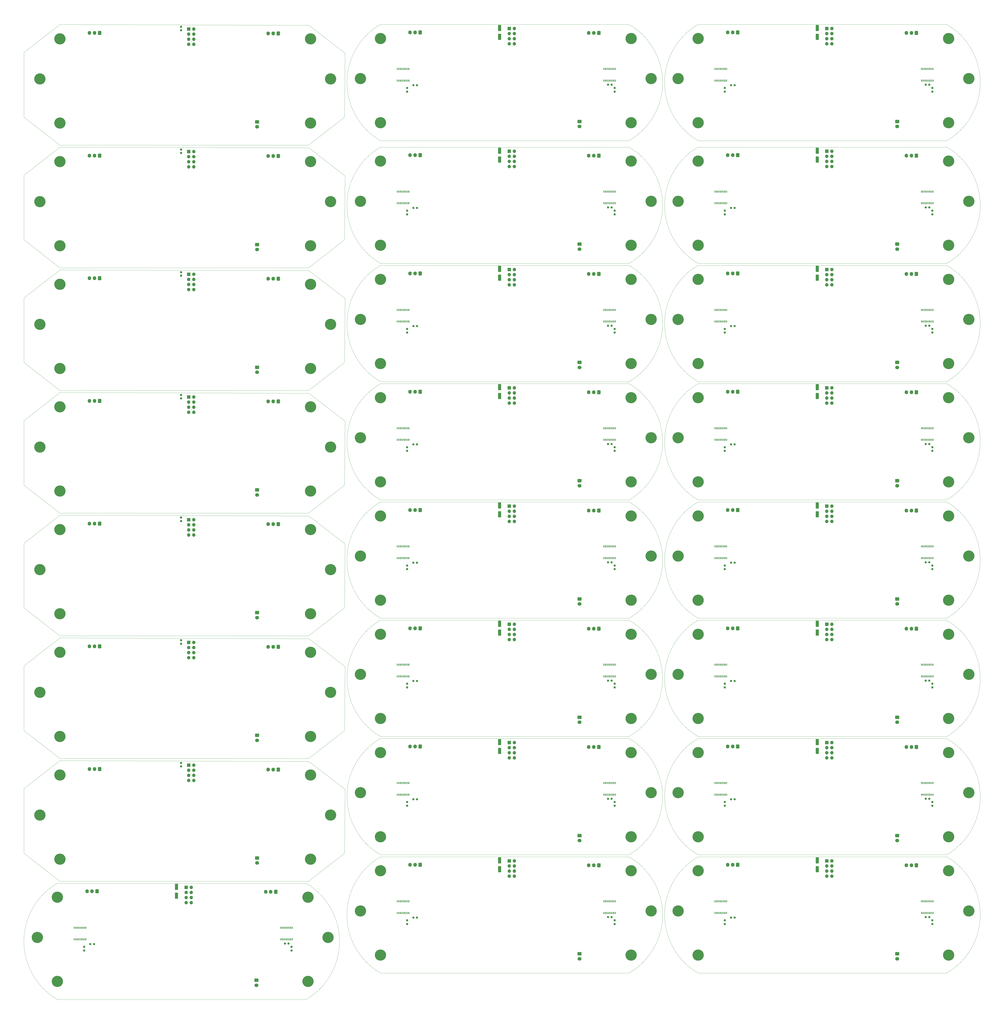
<source format=gbr>
%TF.GenerationSoftware,KiCad,Pcbnew,7.0.5-7.0.5~ubuntu20.04.1*%
%TF.CreationDate,2023-07-06T15:08:56+02:00*%
%TF.ProjectId,output_panel_QWYz9GD,6f757470-7574-45f7-9061-6e656c5f5157,rev?*%
%TF.SameCoordinates,Original*%
%TF.FileFunction,Soldermask,Bot*%
%TF.FilePolarity,Negative*%
%FSLAX45Y45*%
G04 Gerber Fmt 4.5, Leading zero omitted, Abs format (unit mm)*
G04 Created by KiCad (PCBNEW 7.0.5-7.0.5~ubuntu20.04.1) date 2023-07-06 15:08:56*
%MOMM*%
%LPD*%
G01*
G04 APERTURE LIST*
G04 Aperture macros list*
%AMRoundRect*
0 Rectangle with rounded corners*
0 $1 Rounding radius*
0 $2 $3 $4 $5 $6 $7 $8 $9 X,Y pos of 4 corners*
0 Add a 4 corners polygon primitive as box body*
4,1,4,$2,$3,$4,$5,$6,$7,$8,$9,$2,$3,0*
0 Add four circle primitives for the rounded corners*
1,1,$1+$1,$2,$3*
1,1,$1+$1,$4,$5*
1,1,$1+$1,$6,$7*
1,1,$1+$1,$8,$9*
0 Add four rect primitives between the rounded corners*
20,1,$1+$1,$2,$3,$4,$5,0*
20,1,$1+$1,$4,$5,$6,$7,0*
20,1,$1+$1,$6,$7,$8,$9,0*
20,1,$1+$1,$8,$9,$2,$3,0*%
G04 Aperture macros list end*
%TA.AperFunction,Profile*%
%ADD10C,0.050000*%
%TD*%
%TA.AperFunction,Profile*%
%ADD11C,0.100000*%
%TD*%
%ADD12R,1.700000X1.700000*%
%ADD13O,1.700000X1.700000*%
%ADD14RoundRect,0.250000X0.600000X0.725000X-0.600000X0.725000X-0.600000X-0.725000X0.600000X-0.725000X0*%
%ADD15O,1.700000X1.950000*%
%ADD16C,5.600000*%
%ADD17RoundRect,0.237500X0.237500X-0.250000X0.237500X0.250000X-0.237500X0.250000X-0.237500X-0.250000X0*%
%ADD18RoundRect,0.237500X-0.250000X-0.237500X0.250000X-0.237500X0.250000X0.237500X-0.250000X0.237500X0*%
%ADD19RoundRect,0.250000X-0.750000X0.600000X-0.750000X-0.600000X0.750000X-0.600000X0.750000X0.600000X0*%
%ADD20O,2.000000X1.700000*%
%ADD21RoundRect,0.237500X0.250000X0.237500X-0.250000X0.237500X-0.250000X-0.237500X0.250000X-0.237500X0*%
%ADD22R,0.400000X1.000000*%
%ADD23RoundRect,0.250000X-0.550000X1.250000X-0.550000X-1.250000X0.550000X-1.250000X0.550000X1.250000X0*%
%ADD24RoundRect,0.237500X-0.237500X0.300000X-0.237500X-0.300000X0.237500X-0.300000X0.237500X0.300000X0*%
G04 APERTURE END LIST*
D10*
X30243821Y-23770000D02*
G75*
G03*
X30243821Y-17970000I-1674316J2900000D01*
G01*
D11*
X50000Y-38169998D02*
X1850000Y-36769998D01*
D10*
X46091466Y-23770000D02*
G75*
G03*
X46091466Y-17970000I-1674316J2900000D01*
G01*
D11*
X1723822Y-42889998D02*
X14123822Y-42889998D01*
X17843821Y-11970000D02*
X30243821Y-11970000D01*
X17843821Y-29770000D02*
X30243821Y-29770000D01*
X14250000Y-6070000D02*
X1850000Y-6070000D01*
X1850000Y-12289999D02*
X14270000Y-12329999D01*
X50000Y-4670000D02*
X50000Y-1450000D01*
X33691466Y-23870000D02*
X46091466Y-23870000D01*
D10*
X17843822Y-41570000D02*
G75*
G03*
X17843821Y-47370000I1674316J-2900000D01*
G01*
D11*
X1850000Y-36769998D02*
X14270000Y-36809998D01*
X16050000Y-23029999D02*
X14250000Y-24429999D01*
X14250000Y-18309999D02*
X1850000Y-18309999D01*
X17843821Y-23870000D02*
X30243821Y-23870000D01*
X14250000Y-42789998D02*
X1850000Y-42789998D01*
X16070000Y-32079998D02*
X16050000Y-35269998D01*
X33691466Y-11970000D02*
X46091466Y-11970000D01*
X33691466Y-47370000D02*
X46091466Y-47370000D01*
D10*
X33691466Y-23870000D02*
G75*
G03*
X33691466Y-29670000I1674316J-2900000D01*
G01*
X33691466Y-6170000D02*
G75*
G03*
X33691466Y-11970000I1674316J-2900000D01*
G01*
D11*
X16050000Y-41389998D02*
X14250000Y-42789998D01*
X50000Y-29149998D02*
X50000Y-25929998D01*
X1850000Y-12189999D02*
X50000Y-10789999D01*
X1850000Y-18309999D02*
X50000Y-16909999D01*
X14270000Y-24569998D02*
X16070000Y-25959998D01*
X17843821Y-29670000D02*
X30243821Y-29670000D01*
X16070000Y-1480000D02*
X16050000Y-4670000D01*
X17843821Y-17870000D02*
X30243821Y-17870000D01*
X1850000Y-42789998D02*
X50000Y-41389998D01*
D10*
X46091466Y-11970000D02*
G75*
G03*
X46091466Y-6170000I-1674316J2900000D01*
G01*
D11*
X14250000Y-36669998D02*
X1850000Y-36669998D01*
D10*
X17843822Y-12070000D02*
G75*
G03*
X17843821Y-17870000I1674316J-2900000D01*
G01*
D11*
X50000Y-35269998D02*
X50000Y-32049998D01*
X33691466Y-12070000D02*
X46091466Y-12070000D01*
X50000Y-25929998D02*
X1850000Y-24529998D01*
X1850000Y-6169999D02*
X14270000Y-6209999D01*
D10*
X17843822Y-6170000D02*
G75*
G03*
X17843821Y-11970000I1674316J-2900000D01*
G01*
D11*
X33691466Y-29670000D02*
X46091466Y-29670000D01*
X17843821Y-35570000D02*
X30243821Y-35570000D01*
X17843821Y-41470000D02*
X30243821Y-41470000D01*
X16050000Y-10789999D02*
X14250000Y-12189999D01*
X14250000Y-24429999D02*
X1850000Y-24429999D01*
X17843821Y-12070000D02*
X30243821Y-12070000D01*
D10*
X33691466Y-41570000D02*
G75*
G03*
X33691466Y-47370000I1674316J-2900000D01*
G01*
X17843822Y-35670000D02*
G75*
G03*
X17843821Y-41470000I1674316J-2900000D01*
G01*
D11*
X33691466Y-41470000D02*
X46091466Y-41470000D01*
D10*
X1723822Y-42889998D02*
G75*
G03*
X1723822Y-48689998I1674316J-2900000D01*
G01*
D11*
X33691466Y-50000D02*
X46091466Y-50000D01*
D10*
X46091466Y-17870000D02*
G75*
G03*
X46091466Y-12070000I-1674316J2900000D01*
G01*
D11*
X14270000Y-30689998D02*
X16070000Y-32079998D01*
X17843821Y-35670000D02*
X30243821Y-35670000D01*
X1850000Y-24429999D02*
X50000Y-23029999D01*
X50000Y-32049998D02*
X1850000Y-30649998D01*
X16050000Y-4670000D02*
X14250000Y-6070000D01*
D10*
X46091466Y-35570000D02*
G75*
G03*
X46091466Y-29770000I-1674316J2900000D01*
G01*
D11*
X14270000Y-90000D02*
X16070000Y-1480000D01*
X16070000Y-13719999D02*
X16050000Y-16909999D01*
D10*
X30243821Y-29670000D02*
G75*
G03*
X30243821Y-23870000I-1674316J2900000D01*
G01*
D11*
X1850000Y-30649998D02*
X14270000Y-30689998D01*
X1850000Y-18409999D02*
X14270000Y-18449999D01*
X50000Y-13689999D02*
X1850000Y-12289999D01*
X14270000Y-6209999D02*
X16070000Y-7599999D01*
X50000Y-7569999D02*
X1850000Y-6169999D01*
D10*
X30243821Y-35570000D02*
G75*
G03*
X30243821Y-29770000I-1674316J2900000D01*
G01*
D11*
X16070000Y-25959998D02*
X16050000Y-29149998D01*
X50000Y-1450000D02*
X1850000Y-50000D01*
X33691466Y-23770000D02*
X46091466Y-23770000D01*
X17843821Y-23770000D02*
X30243821Y-23770000D01*
D10*
X17843821Y-50000D02*
G75*
G03*
X17843821Y-5850000I1674316J-2900000D01*
G01*
X46091466Y-47370000D02*
G75*
G03*
X46091466Y-41570000I-1674316J2900000D01*
G01*
D11*
X33691466Y-35670000D02*
X46091466Y-35670000D01*
X1723822Y-48689998D02*
X14123822Y-48689998D01*
X17843821Y-17970000D02*
X30243821Y-17970000D01*
D10*
X14123822Y-48689998D02*
G75*
G03*
X14123822Y-42889998I-1674316J2900000D01*
G01*
D11*
X50000Y-19809999D02*
X1850000Y-18409999D01*
D10*
X30243821Y-41470000D02*
G75*
G03*
X30243821Y-35670000I-1674316J2900000D01*
G01*
D11*
X16050000Y-29149998D02*
X14250000Y-30549998D01*
D10*
X33691466Y-12070000D02*
G75*
G03*
X33691466Y-17870000I1674316J-2900000D01*
G01*
D11*
X16070000Y-7599999D02*
X16050000Y-10789999D01*
X17843821Y-50000D02*
X30243821Y-50000D01*
D10*
X30243821Y-47370000D02*
G75*
G03*
X30243821Y-41570000I-1674316J2900000D01*
G01*
D11*
X17843821Y-47370000D02*
X30243821Y-47370000D01*
X14250000Y-12189999D02*
X1850000Y-12189999D01*
D10*
X30243821Y-11970000D02*
G75*
G03*
X30243821Y-6170000I-1674316J2900000D01*
G01*
D11*
X16050000Y-16909999D02*
X14250000Y-18309999D01*
X14270000Y-12329999D02*
X16070000Y-13719999D01*
X50000Y-16909999D02*
X50000Y-13689999D01*
X14270000Y-18449999D02*
X16070000Y-19839999D01*
X33691466Y-6170000D02*
X46091466Y-6170000D01*
X14270000Y-36809998D02*
X16070000Y-38199998D01*
X33691466Y-5850000D02*
X46091466Y-5850000D01*
D10*
X33691466Y-17970000D02*
G75*
G03*
X33691466Y-23770000I1674316J-2900000D01*
G01*
D11*
X33691466Y-41570000D02*
X46091466Y-41570000D01*
X16070000Y-38199998D02*
X16050000Y-41389998D01*
X1850000Y-50000D02*
X14270000Y-90000D01*
X14250000Y-30549998D02*
X1850000Y-30549998D01*
D10*
X33691466Y-35670000D02*
G75*
G03*
X33691466Y-41470000I1674316J-2900000D01*
G01*
X30243821Y-5850000D02*
G75*
G03*
X30243821Y-50000I-1674316J2900000D01*
G01*
X17843822Y-29770000D02*
G75*
G03*
X17843821Y-35570000I1674316J-2900000D01*
G01*
D11*
X1850000Y-6070000D02*
X50000Y-4670000D01*
X16050000Y-35269998D02*
X14250000Y-36669998D01*
D10*
X46091466Y-41470000D02*
G75*
G03*
X46091466Y-35670000I-1674316J2900000D01*
G01*
D11*
X1850000Y-36669998D02*
X50000Y-35269998D01*
D10*
X30243821Y-17870000D02*
G75*
G03*
X30243821Y-12070000I-1674316J2900000D01*
G01*
D11*
X50000Y-23029999D02*
X50000Y-19809999D01*
X1850000Y-24529998D02*
X14270000Y-24569998D01*
D10*
X17843822Y-17970000D02*
G75*
G03*
X17843821Y-23770000I1674316J-2900000D01*
G01*
X46091466Y-29670000D02*
G75*
G03*
X46091466Y-23870000I-1674316J2900000D01*
G01*
D11*
X50000Y-10789999D02*
X50000Y-7569999D01*
D10*
X33691466Y-29770000D02*
G75*
G03*
X33691466Y-35570000I1674316J-2900000D01*
G01*
D11*
X50000Y-41389998D02*
X50000Y-38169998D01*
D10*
X33691466Y-50000D02*
G75*
G03*
X33691466Y-5850000I1674316J-2900000D01*
G01*
X17843822Y-23870000D02*
G75*
G03*
X17843821Y-29670000I1674316J-2900000D01*
G01*
D11*
X17843821Y-41570000D02*
X30243821Y-41570000D01*
X17843821Y-6170000D02*
X30243821Y-6170000D01*
X17843821Y-5850000D02*
X30243821Y-5850000D01*
X16070000Y-19839999D02*
X16050000Y-23029999D01*
D10*
X46091466Y-5850000D02*
G75*
G03*
X46091466Y-50000I-1674316J2900000D01*
G01*
D11*
X33691466Y-17970000D02*
X46091466Y-17970000D01*
X33691466Y-35570000D02*
X46091466Y-35570000D01*
X33691466Y-17870000D02*
X46091466Y-17870000D01*
X33691466Y-29770000D02*
X46091466Y-29770000D01*
X1850000Y-30549998D02*
X50000Y-29149998D01*
D12*
X24263821Y-12276000D03*
D13*
X24517821Y-12276000D03*
X24263821Y-12530000D03*
X24517821Y-12530000D03*
X24263821Y-12784000D03*
X24517821Y-12784000D03*
X24263821Y-13038000D03*
X24517821Y-13038000D03*
D14*
X19818821Y-18372500D03*
D15*
X19568821Y-18372500D03*
X19318821Y-18372500D03*
D16*
X30343821Y-4950000D03*
X15350000Y-33369998D03*
X33691466Y-28770000D03*
X30343821Y-12770000D03*
X16843821Y-8870000D03*
X17843821Y-6870000D03*
X1850000Y-35569998D03*
X16843821Y-2750000D03*
D12*
X8270000Y-276000D03*
D13*
X8524000Y-276000D03*
X8270000Y-530000D03*
X8524000Y-530000D03*
X8270000Y-784000D03*
X8524000Y-784000D03*
X8270000Y-1038000D03*
X8524000Y-1038000D03*
D16*
X46191466Y-11070000D03*
X30343821Y-40570000D03*
X1850000Y-6889999D03*
D12*
X8270000Y-24755998D03*
D13*
X8524000Y-24755998D03*
X8270000Y-25009998D03*
X8524000Y-25009998D03*
X8270000Y-25263998D03*
X8524000Y-25263998D03*
X8270000Y-25517998D03*
X8524000Y-25517998D03*
D16*
X31343821Y-44270000D03*
D14*
X35666466Y-18372500D03*
D15*
X35416466Y-18372500D03*
X35166466Y-18372500D03*
D16*
X30343821Y-22870000D03*
D12*
X8270000Y-30875998D03*
D13*
X8524000Y-30875998D03*
X8270000Y-31129998D03*
X8524000Y-31129998D03*
X8270000Y-31383998D03*
X8524000Y-31383998D03*
X8270000Y-31637998D03*
X8524000Y-31637998D03*
D16*
X47191466Y-38370000D03*
D14*
X19818821Y-6572500D03*
D15*
X19568821Y-6572500D03*
X19318821Y-6572500D03*
D16*
X46191466Y-6870000D03*
X31343821Y-26570000D03*
X31343821Y-2750000D03*
X33691466Y-11070000D03*
D14*
X19818821Y-30172500D03*
D15*
X19568821Y-30172500D03*
X19318821Y-30172500D03*
D14*
X44581866Y-18396200D03*
D15*
X44331866Y-18396200D03*
X44081866Y-18396200D03*
D14*
X19818821Y-41972500D03*
D15*
X19568821Y-41972500D03*
X19318821Y-41972500D03*
D16*
X46191466Y-40570000D03*
D12*
X8270000Y-6395999D03*
D13*
X8524000Y-6395999D03*
X8270000Y-6649999D03*
X8524000Y-6649999D03*
X8270000Y-6903999D03*
X8524000Y-6903999D03*
X8270000Y-7157999D03*
X8524000Y-7157999D03*
D14*
X12740400Y-24976198D03*
D15*
X12490400Y-24976198D03*
X12240400Y-24976198D03*
D16*
X46191466Y-46470000D03*
D14*
X35666466Y-41972500D03*
D15*
X35416466Y-41972500D03*
X35166466Y-41972500D03*
D16*
X1850000Y-770000D03*
X46191466Y-18670000D03*
X33691466Y-42270000D03*
X33691466Y-750000D03*
X30343821Y-30470000D03*
D14*
X35666466Y-30172500D03*
D15*
X35416466Y-30172500D03*
X35166466Y-30172500D03*
D12*
X40111466Y-24076000D03*
D13*
X40365466Y-24076000D03*
X40111466Y-24330000D03*
X40365466Y-24330000D03*
X40111466Y-24584000D03*
X40365466Y-24584000D03*
X40111466Y-24838000D03*
X40365466Y-24838000D03*
D16*
X15350000Y-39489998D03*
D14*
X44581866Y-6596200D03*
D15*
X44331866Y-6596200D03*
X44081866Y-6596200D03*
D16*
X14350000Y-770000D03*
D14*
X35666466Y-6572500D03*
D15*
X35416466Y-6572500D03*
X35166466Y-6572500D03*
D12*
X24263821Y-6376000D03*
D13*
X24517821Y-6376000D03*
X24263821Y-6630000D03*
X24517821Y-6630000D03*
X24263821Y-6884000D03*
X24517821Y-6884000D03*
X24263821Y-7138000D03*
X24517821Y-7138000D03*
D14*
X3825000Y-24952498D03*
D15*
X3575000Y-24952498D03*
X3325000Y-24952498D03*
D16*
X31343821Y-32470000D03*
X15350000Y-2770000D03*
D14*
X28734221Y-41996200D03*
D15*
X28484221Y-41996200D03*
X28234221Y-41996200D03*
D16*
X15350000Y-8889999D03*
X14350000Y-13009999D03*
X47191466Y-20670000D03*
D14*
X28734221Y-24296200D03*
D15*
X28484221Y-24296200D03*
X28234221Y-24296200D03*
D14*
X12740400Y-6616199D03*
D15*
X12490400Y-6616199D03*
X12240400Y-6616199D03*
D14*
X28734221Y-6596200D03*
D15*
X28484221Y-6596200D03*
X28234221Y-6596200D03*
D12*
X40111466Y-29976000D03*
D13*
X40365466Y-29976000D03*
X40111466Y-30230000D03*
X40365466Y-30230000D03*
X40111466Y-30484000D03*
X40365466Y-30484000D03*
X40111466Y-30738000D03*
X40365466Y-30738000D03*
D16*
X33691466Y-24570000D03*
X33691466Y-46470000D03*
X32691466Y-20670000D03*
X16843821Y-38370000D03*
X850000Y-21129999D03*
X14350000Y-25249998D03*
D14*
X35666466Y-36072500D03*
D15*
X35416466Y-36072500D03*
X35166466Y-36072500D03*
D14*
X28734221Y-12496200D03*
D15*
X28484221Y-12496200D03*
X28234221Y-12496200D03*
D16*
X17843821Y-40570000D03*
D14*
X12740400Y-12736199D03*
D15*
X12490400Y-12736199D03*
X12240400Y-12736199D03*
D14*
X19818821Y-36072500D03*
D15*
X19568821Y-36072500D03*
X19318821Y-36072500D03*
D16*
X1850000Y-13009999D03*
X16843821Y-32470000D03*
D14*
X28734221Y-30196200D03*
D15*
X28484221Y-30196200D03*
X28234221Y-30196200D03*
D12*
X8143822Y-43095998D03*
D13*
X8397822Y-43095998D03*
X8143822Y-43349998D03*
X8397822Y-43349998D03*
X8143822Y-43603998D03*
X8397822Y-43603998D03*
X8143822Y-43857998D03*
X8397822Y-43857998D03*
D16*
X33691466Y-22870000D03*
D12*
X40111466Y-18176000D03*
D13*
X40365466Y-18176000D03*
X40111466Y-18430000D03*
X40365466Y-18430000D03*
X40111466Y-18684000D03*
X40365466Y-18684000D03*
X40111466Y-18938000D03*
X40365466Y-18938000D03*
D16*
X32691466Y-44270000D03*
X30343821Y-28770000D03*
X14350000Y-37489998D03*
X1850000Y-17209999D03*
X850000Y-39489998D03*
X15223822Y-45589998D03*
X30343821Y-11070000D03*
D14*
X35666466Y-12472500D03*
D15*
X35416466Y-12472500D03*
X35166466Y-12472500D03*
D16*
X850000Y-15009999D03*
X17843821Y-46470000D03*
X14350000Y-4970000D03*
X14350000Y-11089999D03*
D12*
X8270000Y-18635999D03*
D13*
X8524000Y-18635999D03*
X8270000Y-18889999D03*
X8524000Y-18889999D03*
X8270000Y-19143999D03*
X8524000Y-19143999D03*
X8270000Y-19397999D03*
X8524000Y-19397999D03*
D14*
X19818821Y-452500D03*
D15*
X19568821Y-452500D03*
X19318821Y-452500D03*
D16*
X47191466Y-32470000D03*
D14*
X3825000Y-37192498D03*
D15*
X3575000Y-37192498D03*
X3325000Y-37192498D03*
D16*
X14350000Y-35569998D03*
X32691466Y-38370000D03*
X46191466Y-4950000D03*
X31343821Y-20670000D03*
X17843821Y-12770000D03*
X46191466Y-28770000D03*
X46191466Y-750000D03*
X723822Y-45589998D03*
D14*
X3825000Y-31072498D03*
D15*
X3575000Y-31072498D03*
X3325000Y-31072498D03*
D12*
X40111466Y-256000D03*
D13*
X40365466Y-256000D03*
X40111466Y-510000D03*
X40365466Y-510000D03*
X40111466Y-764000D03*
X40365466Y-764000D03*
X40111466Y-1018000D03*
X40365466Y-1018000D03*
D16*
X14350000Y-17209999D03*
X17843821Y-4950000D03*
D14*
X44581866Y-30196200D03*
D15*
X44331866Y-30196200D03*
X44081866Y-30196200D03*
D16*
X14223822Y-43589998D03*
X15350000Y-27249998D03*
X1850000Y-41689998D03*
D14*
X19818821Y-12472500D03*
D15*
X19568821Y-12472500D03*
X19318821Y-12472500D03*
D16*
X30343821Y-46470000D03*
X1850000Y-25249998D03*
D14*
X12740400Y-496200D03*
D15*
X12490400Y-496200D03*
X12240400Y-496200D03*
D14*
X28734221Y-36096200D03*
D15*
X28484221Y-36096200D03*
X28234221Y-36096200D03*
D16*
X1850000Y-11089999D03*
X33691466Y-12770000D03*
X16843821Y-20670000D03*
X1850000Y-4970000D03*
X17843821Y-24570000D03*
D14*
X28734221Y-476200D03*
D15*
X28484221Y-476200D03*
X28234221Y-476200D03*
D14*
X28734221Y-18396200D03*
D15*
X28484221Y-18396200D03*
X28234221Y-18396200D03*
D16*
X32691466Y-32470000D03*
D14*
X3825000Y-18832499D03*
D15*
X3575000Y-18832499D03*
X3325000Y-18832499D03*
D16*
X47191466Y-26570000D03*
X33691466Y-30470000D03*
X47191466Y-2750000D03*
D14*
X3825000Y-12712499D03*
D15*
X3575000Y-12712499D03*
X3325000Y-12712499D03*
D16*
X33691466Y-18670000D03*
D14*
X35666466Y-24272500D03*
D15*
X35416466Y-24272500D03*
X35166466Y-24272500D03*
D14*
X12740400Y-18856199D03*
D15*
X12490400Y-18856199D03*
X12240400Y-18856199D03*
D12*
X40111466Y-6376000D03*
D13*
X40365466Y-6376000D03*
X40111466Y-6630000D03*
X40365466Y-6630000D03*
X40111466Y-6884000D03*
X40365466Y-6884000D03*
X40111466Y-7138000D03*
X40365466Y-7138000D03*
D12*
X8270000Y-12515999D03*
D13*
X8524000Y-12515999D03*
X8270000Y-12769999D03*
X8524000Y-12769999D03*
X8270000Y-13023999D03*
X8524000Y-13023999D03*
X8270000Y-13277999D03*
X8524000Y-13277999D03*
D16*
X17843821Y-750000D03*
X16843821Y-14770000D03*
X17843821Y-34670000D03*
X17843821Y-11070000D03*
X32691466Y-26570000D03*
X17843821Y-36370000D03*
X16843821Y-44270000D03*
D14*
X12740400Y-37216198D03*
D15*
X12490400Y-37216198D03*
X12240400Y-37216198D03*
D16*
X850000Y-8889999D03*
X30343821Y-750000D03*
D14*
X3825000Y-6592499D03*
D15*
X3575000Y-6592499D03*
X3325000Y-6592499D03*
D16*
X30343821Y-16970000D03*
X46191466Y-12770000D03*
D14*
X35666466Y-452500D03*
D15*
X35416466Y-452500D03*
X35166466Y-452500D03*
D16*
X30343821Y-24570000D03*
X30343821Y-18670000D03*
D12*
X24263821Y-256000D03*
D13*
X24517821Y-256000D03*
X24263821Y-510000D03*
X24517821Y-510000D03*
X24263821Y-764000D03*
X24517821Y-764000D03*
X24263821Y-1018000D03*
X24517821Y-1018000D03*
D16*
X14350000Y-41689998D03*
X46191466Y-36370000D03*
D14*
X19818821Y-24272500D03*
D15*
X19568821Y-24272500D03*
X19318821Y-24272500D03*
D16*
X47191466Y-44270000D03*
X33691466Y-34670000D03*
X30343821Y-34670000D03*
X47191466Y-14770000D03*
X1850000Y-31369998D03*
X46191466Y-30470000D03*
X1850000Y-19129999D03*
X31343821Y-38370000D03*
X15350000Y-15009999D03*
D12*
X24263821Y-24076000D03*
D13*
X24517821Y-24076000D03*
X24263821Y-24330000D03*
X24517821Y-24330000D03*
X24263821Y-24584000D03*
X24517821Y-24584000D03*
X24263821Y-24838000D03*
X24517821Y-24838000D03*
D16*
X1723822Y-43589998D03*
X850000Y-2770000D03*
D12*
X40111466Y-12276000D03*
D13*
X40365466Y-12276000D03*
X40111466Y-12530000D03*
X40365466Y-12530000D03*
X40111466Y-12784000D03*
X40365466Y-12784000D03*
X40111466Y-13038000D03*
X40365466Y-13038000D03*
D12*
X8270000Y-36995998D03*
D13*
X8524000Y-36995998D03*
X8270000Y-37249998D03*
X8524000Y-37249998D03*
X8270000Y-37503998D03*
X8524000Y-37503998D03*
X8270000Y-37757998D03*
X8524000Y-37757998D03*
D14*
X44581866Y-476200D03*
D15*
X44331866Y-476200D03*
X44081866Y-476200D03*
D12*
X24263821Y-29976000D03*
D13*
X24517821Y-29976000D03*
X24263821Y-30230000D03*
X24517821Y-30230000D03*
X24263821Y-30484000D03*
X24517821Y-30484000D03*
X24263821Y-30738000D03*
X24517821Y-30738000D03*
D14*
X44581866Y-12496200D03*
D15*
X44331866Y-12496200D03*
X44081866Y-12496200D03*
D16*
X32691466Y-14770000D03*
X30343821Y-36370000D03*
D14*
X12740400Y-31096198D03*
D15*
X12490400Y-31096198D03*
X12240400Y-31096198D03*
D16*
X14350000Y-19129999D03*
X31343821Y-8870000D03*
X33691466Y-40570000D03*
X17843821Y-30470000D03*
X1723822Y-47789998D03*
X30343821Y-6870000D03*
D14*
X3825000Y-472500D03*
D15*
X3575000Y-472500D03*
X3325000Y-472500D03*
D16*
X17843821Y-28770000D03*
X17843821Y-22870000D03*
X31343821Y-14770000D03*
X850000Y-33369998D03*
X33691466Y-4950000D03*
D12*
X40111466Y-41776000D03*
D13*
X40365466Y-41776000D03*
X40111466Y-42030000D03*
X40365466Y-42030000D03*
X40111466Y-42284000D03*
X40365466Y-42284000D03*
X40111466Y-42538000D03*
X40365466Y-42538000D03*
D16*
X30343821Y-42270000D03*
X14223822Y-47789998D03*
X14350000Y-6889999D03*
X16843821Y-26570000D03*
X14350000Y-31369998D03*
X46191466Y-42270000D03*
D14*
X12614222Y-43316198D03*
D15*
X12364222Y-43316198D03*
X12114222Y-43316198D03*
D16*
X46191466Y-22870000D03*
X47191466Y-8870000D03*
D14*
X44581866Y-41996200D03*
D15*
X44331866Y-41996200D03*
X44081866Y-41996200D03*
D16*
X33691466Y-16970000D03*
X32691466Y-2750000D03*
D14*
X3698822Y-43292498D03*
D15*
X3448822Y-43292498D03*
X3198822Y-43292498D03*
D16*
X850000Y-27249998D03*
D14*
X44581866Y-24296200D03*
D15*
X44331866Y-24296200D03*
X44081866Y-24296200D03*
D16*
X46191466Y-24570000D03*
X17843821Y-16970000D03*
D12*
X24263821Y-35876000D03*
D13*
X24517821Y-35876000D03*
X24263821Y-36130000D03*
X24517821Y-36130000D03*
X24263821Y-36384000D03*
X24517821Y-36384000D03*
X24263821Y-36638000D03*
X24517821Y-36638000D03*
D16*
X1850000Y-29449998D03*
X32691466Y-8870000D03*
X46191466Y-16970000D03*
X33691466Y-36370000D03*
X33691466Y-6870000D03*
X14350000Y-23329999D03*
D14*
X44581866Y-36096200D03*
D15*
X44331866Y-36096200D03*
X44081866Y-36096200D03*
D16*
X1850000Y-23329999D03*
X17843821Y-18670000D03*
X15350000Y-21129999D03*
D12*
X40111466Y-35876000D03*
D13*
X40365466Y-35876000D03*
X40111466Y-36130000D03*
X40365466Y-36130000D03*
X40111466Y-36384000D03*
X40365466Y-36384000D03*
X40111466Y-36638000D03*
X40365466Y-36638000D03*
D16*
X17843821Y-42270000D03*
X46191466Y-34670000D03*
X14350000Y-29449998D03*
D12*
X24263821Y-18176000D03*
D13*
X24517821Y-18176000D03*
X24263821Y-18430000D03*
X24517821Y-18430000D03*
X24263821Y-18684000D03*
X24517821Y-18684000D03*
X24263821Y-18938000D03*
X24517821Y-18938000D03*
D12*
X24263821Y-41776000D03*
D13*
X24517821Y-41776000D03*
X24263821Y-42030000D03*
X24517821Y-42030000D03*
X24263821Y-42284000D03*
X24517821Y-42284000D03*
X24263821Y-42538000D03*
X24517821Y-42538000D03*
D16*
X1850000Y-37489998D03*
D17*
X29524821Y-3401250D03*
X29524821Y-3218750D03*
D18*
X45041216Y-15080000D03*
X45223716Y-15080000D03*
D19*
X27771321Y-34610000D03*
D20*
X27771321Y-34860000D03*
D17*
X45372466Y-44921250D03*
X45372466Y-44738750D03*
D21*
X19666071Y-15100000D03*
X19483571Y-15100000D03*
D22*
X19267321Y-14870000D03*
X19202321Y-14870000D03*
X19137321Y-14870000D03*
X19072321Y-14870000D03*
X19007321Y-14870000D03*
X18942321Y-14870000D03*
X18877321Y-14870000D03*
X18812321Y-14870000D03*
X18747321Y-14870000D03*
X18682321Y-14870000D03*
X18682321Y-14290000D03*
X18747321Y-14290000D03*
X18812321Y-14290000D03*
X18877321Y-14290000D03*
X18942321Y-14290000D03*
X19007321Y-14290000D03*
X19072321Y-14290000D03*
X19137321Y-14290000D03*
X19202321Y-14290000D03*
X19267321Y-14290000D03*
D17*
X19174821Y-27221250D03*
X19174821Y-27038750D03*
D22*
X19267321Y-44370000D03*
X19202321Y-44370000D03*
X19137321Y-44370000D03*
X19072321Y-44370000D03*
X19007321Y-44370000D03*
X18942321Y-44370000D03*
X18877321Y-44370000D03*
X18812321Y-44370000D03*
X18747321Y-44370000D03*
X18682321Y-44370000D03*
X18682321Y-43790000D03*
X18747321Y-43790000D03*
X18812321Y-43790000D03*
X18877321Y-43790000D03*
X18942321Y-43790000D03*
X19007321Y-43790000D03*
X19072321Y-43790000D03*
X19137321Y-43790000D03*
X19202321Y-43790000D03*
X19267321Y-43790000D03*
D17*
X35022466Y-27221250D03*
X35022466Y-27038750D03*
D19*
X43618966Y-4890000D03*
D20*
X43618966Y-5140000D03*
D17*
X45372466Y-39021250D03*
X45372466Y-38838750D03*
D19*
X27771321Y-28710000D03*
D20*
X27771321Y-28960000D03*
D23*
X23786821Y-227000D03*
X23786821Y-667000D03*
D22*
X3147322Y-45689998D03*
X3082322Y-45689998D03*
X3017322Y-45689998D03*
X2952322Y-45689998D03*
X2887322Y-45689998D03*
X2822322Y-45689998D03*
X2757322Y-45689998D03*
X2692322Y-45689998D03*
X2627322Y-45689998D03*
X2562322Y-45689998D03*
X2562322Y-45109998D03*
X2627322Y-45109998D03*
X2692322Y-45109998D03*
X2757322Y-45109998D03*
X2822322Y-45109998D03*
X2887322Y-45109998D03*
X2952322Y-45109998D03*
X3017322Y-45109998D03*
X3082322Y-45109998D03*
X3147322Y-45109998D03*
D17*
X35022466Y-44921250D03*
X35022466Y-44738750D03*
D18*
X45041216Y-20980000D03*
X45223716Y-20980000D03*
D17*
X13404822Y-46241248D03*
X13404822Y-46058748D03*
D19*
X43618966Y-34610000D03*
D20*
X43618966Y-34860000D03*
D22*
X35114966Y-2850000D03*
X35049966Y-2850000D03*
X34984966Y-2850000D03*
X34919966Y-2850000D03*
X34854966Y-2850000D03*
X34789966Y-2850000D03*
X34724966Y-2850000D03*
X34659966Y-2850000D03*
X34594966Y-2850000D03*
X34529966Y-2850000D03*
X34529966Y-2270000D03*
X34594966Y-2270000D03*
X34659966Y-2270000D03*
X34724966Y-2270000D03*
X34789966Y-2270000D03*
X34854966Y-2270000D03*
X34919966Y-2270000D03*
X34984966Y-2270000D03*
X35049966Y-2270000D03*
X35114966Y-2270000D03*
D17*
X29524821Y-39021250D03*
X29524821Y-38838750D03*
D18*
X29193571Y-38680000D03*
X29376071Y-38680000D03*
D23*
X39634466Y-24047000D03*
X39634466Y-24487000D03*
D24*
X7890000Y-24649998D03*
X7890000Y-24822498D03*
D19*
X11690000Y-17149999D03*
D20*
X11690000Y-17399999D03*
D22*
X29567321Y-14870000D03*
X29502321Y-14870000D03*
X29437321Y-14870000D03*
X29372321Y-14870000D03*
X29307321Y-14870000D03*
X29242321Y-14870000D03*
X29177321Y-14870000D03*
X29112321Y-14870000D03*
X29047321Y-14870000D03*
X28982321Y-14870000D03*
X28982321Y-14290000D03*
X29047321Y-14290000D03*
X29112321Y-14290000D03*
X29177321Y-14290000D03*
X29242321Y-14290000D03*
X29307321Y-14290000D03*
X29372321Y-14290000D03*
X29437321Y-14290000D03*
X29502321Y-14290000D03*
X29567321Y-14290000D03*
D21*
X19666071Y-32800000D03*
X19483571Y-32800000D03*
D22*
X35114966Y-44370000D03*
X35049966Y-44370000D03*
X34984966Y-44370000D03*
X34919966Y-44370000D03*
X34854966Y-44370000D03*
X34789966Y-44370000D03*
X34724966Y-44370000D03*
X34659966Y-44370000D03*
X34594966Y-44370000D03*
X34529966Y-44370000D03*
X34529966Y-43790000D03*
X34594966Y-43790000D03*
X34659966Y-43790000D03*
X34724966Y-43790000D03*
X34789966Y-43790000D03*
X34854966Y-43790000D03*
X34919966Y-43790000D03*
X34984966Y-43790000D03*
X35049966Y-43790000D03*
X35114966Y-43790000D03*
D19*
X43618966Y-40510000D03*
D20*
X43618966Y-40760000D03*
D18*
X45041216Y-9180000D03*
X45223716Y-9180000D03*
D22*
X29567321Y-44370000D03*
X29502321Y-44370000D03*
X29437321Y-44370000D03*
X29372321Y-44370000D03*
X29307321Y-44370000D03*
X29242321Y-44370000D03*
X29177321Y-44370000D03*
X29112321Y-44370000D03*
X29047321Y-44370000D03*
X28982321Y-44370000D03*
X28982321Y-43790000D03*
X29047321Y-43790000D03*
X29112321Y-43790000D03*
X29177321Y-43790000D03*
X29242321Y-43790000D03*
X29307321Y-43790000D03*
X29372321Y-43790000D03*
X29437321Y-43790000D03*
X29502321Y-43790000D03*
X29567321Y-43790000D03*
D17*
X29524821Y-33121250D03*
X29524821Y-32938750D03*
D22*
X19267321Y-2850000D03*
X19202321Y-2850000D03*
X19137321Y-2850000D03*
X19072321Y-2850000D03*
X19007321Y-2850000D03*
X18942321Y-2850000D03*
X18877321Y-2850000D03*
X18812321Y-2850000D03*
X18747321Y-2850000D03*
X18682321Y-2850000D03*
X18682321Y-2270000D03*
X18747321Y-2270000D03*
X18812321Y-2270000D03*
X18877321Y-2270000D03*
X18942321Y-2270000D03*
X19007321Y-2270000D03*
X19072321Y-2270000D03*
X19137321Y-2270000D03*
X19202321Y-2270000D03*
X19267321Y-2270000D03*
D17*
X29524821Y-44921250D03*
X29524821Y-44738750D03*
D22*
X19267321Y-8970000D03*
X19202321Y-8970000D03*
X19137321Y-8970000D03*
X19072321Y-8970000D03*
X19007321Y-8970000D03*
X18942321Y-8970000D03*
X18877321Y-8970000D03*
X18812321Y-8970000D03*
X18747321Y-8970000D03*
X18682321Y-8970000D03*
X18682321Y-8390000D03*
X18747321Y-8390000D03*
X18812321Y-8390000D03*
X18877321Y-8390000D03*
X18942321Y-8390000D03*
X19007321Y-8390000D03*
X19072321Y-8390000D03*
X19137321Y-8390000D03*
X19202321Y-8390000D03*
X19267321Y-8390000D03*
D17*
X29524821Y-9521250D03*
X29524821Y-9338750D03*
D23*
X23786821Y-41747000D03*
X23786821Y-42187000D03*
D17*
X29524821Y-21321250D03*
X29524821Y-21138750D03*
D22*
X35114966Y-8970000D03*
X35049966Y-8970000D03*
X34984966Y-8970000D03*
X34919966Y-8970000D03*
X34854966Y-8970000D03*
X34789966Y-8970000D03*
X34724966Y-8970000D03*
X34659966Y-8970000D03*
X34594966Y-8970000D03*
X34529966Y-8970000D03*
X34529966Y-8390000D03*
X34594966Y-8390000D03*
X34659966Y-8390000D03*
X34724966Y-8390000D03*
X34789966Y-8390000D03*
X34854966Y-8390000D03*
X34919966Y-8390000D03*
X34984966Y-8390000D03*
X35049966Y-8390000D03*
X35114966Y-8390000D03*
D18*
X45041216Y-44580000D03*
X45223716Y-44580000D03*
D19*
X27771321Y-16910000D03*
D20*
X27771321Y-17160000D03*
D22*
X45414966Y-26670000D03*
X45349966Y-26670000D03*
X45284966Y-26670000D03*
X45219966Y-26670000D03*
X45154966Y-26670000D03*
X45089966Y-26670000D03*
X45024966Y-26670000D03*
X44959966Y-26670000D03*
X44894966Y-26670000D03*
X44829966Y-26670000D03*
X44829966Y-26090000D03*
X44894966Y-26090000D03*
X44959966Y-26090000D03*
X45024966Y-26090000D03*
X45089966Y-26090000D03*
X45154966Y-26090000D03*
X45219966Y-26090000D03*
X45284966Y-26090000D03*
X45349966Y-26090000D03*
X45414966Y-26090000D03*
X45414966Y-32570000D03*
X45349966Y-32570000D03*
X45284966Y-32570000D03*
X45219966Y-32570000D03*
X45154966Y-32570000D03*
X45089966Y-32570000D03*
X45024966Y-32570000D03*
X44959966Y-32570000D03*
X44894966Y-32570000D03*
X44829966Y-32570000D03*
X44829966Y-31990000D03*
X44894966Y-31990000D03*
X44959966Y-31990000D03*
X45024966Y-31990000D03*
X45089966Y-31990000D03*
X45154966Y-31990000D03*
X45219966Y-31990000D03*
X45284966Y-31990000D03*
X45349966Y-31990000D03*
X45414966Y-31990000D03*
X45414966Y-20770000D03*
X45349966Y-20770000D03*
X45284966Y-20770000D03*
X45219966Y-20770000D03*
X45154966Y-20770000D03*
X45089966Y-20770000D03*
X45024966Y-20770000D03*
X44959966Y-20770000D03*
X44894966Y-20770000D03*
X44829966Y-20770000D03*
X44829966Y-20190000D03*
X44894966Y-20190000D03*
X44959966Y-20190000D03*
X45024966Y-20190000D03*
X45089966Y-20190000D03*
X45154966Y-20190000D03*
X45219966Y-20190000D03*
X45284966Y-20190000D03*
X45349966Y-20190000D03*
X45414966Y-20190000D03*
D17*
X45372466Y-21321250D03*
X45372466Y-21138750D03*
D19*
X11690000Y-23269999D03*
D20*
X11690000Y-23519999D03*
D21*
X35513716Y-44600000D03*
X35331216Y-44600000D03*
D17*
X19174821Y-15421250D03*
X19174821Y-15238750D03*
D22*
X45414966Y-14870000D03*
X45349966Y-14870000D03*
X45284966Y-14870000D03*
X45219966Y-14870000D03*
X45154966Y-14870000D03*
X45089966Y-14870000D03*
X45024966Y-14870000D03*
X44959966Y-14870000D03*
X44894966Y-14870000D03*
X44829966Y-14870000D03*
X44829966Y-14290000D03*
X44894966Y-14290000D03*
X44959966Y-14290000D03*
X45024966Y-14290000D03*
X45089966Y-14290000D03*
X45154966Y-14290000D03*
X45219966Y-14290000D03*
X45284966Y-14290000D03*
X45349966Y-14290000D03*
X45414966Y-14290000D03*
D17*
X29524821Y-27221250D03*
X29524821Y-27038750D03*
D19*
X27771321Y-40510000D03*
D20*
X27771321Y-40760000D03*
D24*
X7890000Y-6289999D03*
X7890000Y-6462499D03*
D22*
X35114966Y-14870000D03*
X35049966Y-14870000D03*
X34984966Y-14870000D03*
X34919966Y-14870000D03*
X34854966Y-14870000D03*
X34789966Y-14870000D03*
X34724966Y-14870000D03*
X34659966Y-14870000D03*
X34594966Y-14870000D03*
X34529966Y-14870000D03*
X34529966Y-14290000D03*
X34594966Y-14290000D03*
X34659966Y-14290000D03*
X34724966Y-14290000D03*
X34789966Y-14290000D03*
X34854966Y-14290000D03*
X34919966Y-14290000D03*
X34984966Y-14290000D03*
X35049966Y-14290000D03*
X35114966Y-14290000D03*
D18*
X29193571Y-9180000D03*
X29376071Y-9180000D03*
D19*
X11690000Y-4910000D03*
D20*
X11690000Y-5160000D03*
D17*
X35022466Y-39021250D03*
X35022466Y-38838750D03*
X19174821Y-3401250D03*
X19174821Y-3218750D03*
D21*
X35513716Y-21000000D03*
X35331216Y-21000000D03*
D22*
X45414966Y-8970000D03*
X45349966Y-8970000D03*
X45284966Y-8970000D03*
X45219966Y-8970000D03*
X45154966Y-8970000D03*
X45089966Y-8970000D03*
X45024966Y-8970000D03*
X44959966Y-8970000D03*
X44894966Y-8970000D03*
X44829966Y-8970000D03*
X44829966Y-8390000D03*
X44894966Y-8390000D03*
X44959966Y-8390000D03*
X45024966Y-8390000D03*
X45089966Y-8390000D03*
X45154966Y-8390000D03*
X45219966Y-8390000D03*
X45284966Y-8390000D03*
X45349966Y-8390000D03*
X45414966Y-8390000D03*
D23*
X39634466Y-227000D03*
X39634466Y-667000D03*
D19*
X27771321Y-11010000D03*
D20*
X27771321Y-11260000D03*
D22*
X35114966Y-26670000D03*
X35049966Y-26670000D03*
X34984966Y-26670000D03*
X34919966Y-26670000D03*
X34854966Y-26670000D03*
X34789966Y-26670000D03*
X34724966Y-26670000D03*
X34659966Y-26670000D03*
X34594966Y-26670000D03*
X34529966Y-26670000D03*
X34529966Y-26090000D03*
X34594966Y-26090000D03*
X34659966Y-26090000D03*
X34724966Y-26090000D03*
X34789966Y-26090000D03*
X34854966Y-26090000D03*
X34919966Y-26090000D03*
X34984966Y-26090000D03*
X35049966Y-26090000D03*
X35114966Y-26090000D03*
D18*
X29193571Y-15080000D03*
X29376071Y-15080000D03*
D21*
X3546072Y-45919998D03*
X3363572Y-45919998D03*
D17*
X45372466Y-15421250D03*
X45372466Y-15238750D03*
D22*
X35114966Y-38470000D03*
X35049966Y-38470000D03*
X34984966Y-38470000D03*
X34919966Y-38470000D03*
X34854966Y-38470000D03*
X34789966Y-38470000D03*
X34724966Y-38470000D03*
X34659966Y-38470000D03*
X34594966Y-38470000D03*
X34529966Y-38470000D03*
X34529966Y-37890000D03*
X34594966Y-37890000D03*
X34659966Y-37890000D03*
X34724966Y-37890000D03*
X34789966Y-37890000D03*
X34854966Y-37890000D03*
X34919966Y-37890000D03*
X34984966Y-37890000D03*
X35049966Y-37890000D03*
X35114966Y-37890000D03*
X29567321Y-2850000D03*
X29502321Y-2850000D03*
X29437321Y-2850000D03*
X29372321Y-2850000D03*
X29307321Y-2850000D03*
X29242321Y-2850000D03*
X29177321Y-2850000D03*
X29112321Y-2850000D03*
X29047321Y-2850000D03*
X28982321Y-2850000D03*
X28982321Y-2270000D03*
X29047321Y-2270000D03*
X29112321Y-2270000D03*
X29177321Y-2270000D03*
X29242321Y-2270000D03*
X29307321Y-2270000D03*
X29372321Y-2270000D03*
X29437321Y-2270000D03*
X29502321Y-2270000D03*
X29567321Y-2270000D03*
D24*
X7890000Y-18529999D03*
X7890000Y-18702499D03*
D23*
X23786821Y-6347000D03*
X23786821Y-6787000D03*
D19*
X11690000Y-11029999D03*
D20*
X11690000Y-11279999D03*
D23*
X23786821Y-35847000D03*
X23786821Y-36287000D03*
D22*
X19267321Y-32570000D03*
X19202321Y-32570000D03*
X19137321Y-32570000D03*
X19072321Y-32570000D03*
X19007321Y-32570000D03*
X18942321Y-32570000D03*
X18877321Y-32570000D03*
X18812321Y-32570000D03*
X18747321Y-32570000D03*
X18682321Y-32570000D03*
X18682321Y-31990000D03*
X18747321Y-31990000D03*
X18812321Y-31990000D03*
X18877321Y-31990000D03*
X18942321Y-31990000D03*
X19007321Y-31990000D03*
X19072321Y-31990000D03*
X19137321Y-31990000D03*
X19202321Y-31990000D03*
X19267321Y-31990000D03*
D17*
X19174821Y-9521250D03*
X19174821Y-9338750D03*
D23*
X23786821Y-24047000D03*
X23786821Y-24487000D03*
D21*
X19666071Y-26900000D03*
X19483571Y-26900000D03*
D17*
X29524821Y-15421250D03*
X29524821Y-15238750D03*
D21*
X19666071Y-3080000D03*
X19483571Y-3080000D03*
D23*
X39634466Y-18147000D03*
X39634466Y-18587000D03*
D22*
X35114966Y-32570000D03*
X35049966Y-32570000D03*
X34984966Y-32570000D03*
X34919966Y-32570000D03*
X34854966Y-32570000D03*
X34789966Y-32570000D03*
X34724966Y-32570000D03*
X34659966Y-32570000D03*
X34594966Y-32570000D03*
X34529966Y-32570000D03*
X34529966Y-31990000D03*
X34594966Y-31990000D03*
X34659966Y-31990000D03*
X34724966Y-31990000D03*
X34789966Y-31990000D03*
X34854966Y-31990000D03*
X34919966Y-31990000D03*
X34984966Y-31990000D03*
X35049966Y-31990000D03*
X35114966Y-31990000D03*
D18*
X29193571Y-32780000D03*
X29376071Y-32780000D03*
D17*
X3054822Y-46241248D03*
X3054822Y-46058748D03*
D21*
X19666071Y-21000000D03*
X19483571Y-21000000D03*
D19*
X11651322Y-47729998D03*
D20*
X11651322Y-47979998D03*
D22*
X29567321Y-26670000D03*
X29502321Y-26670000D03*
X29437321Y-26670000D03*
X29372321Y-26670000D03*
X29307321Y-26670000D03*
X29242321Y-26670000D03*
X29177321Y-26670000D03*
X29112321Y-26670000D03*
X29047321Y-26670000D03*
X28982321Y-26670000D03*
X28982321Y-26090000D03*
X29047321Y-26090000D03*
X29112321Y-26090000D03*
X29177321Y-26090000D03*
X29242321Y-26090000D03*
X29307321Y-26090000D03*
X29372321Y-26090000D03*
X29437321Y-26090000D03*
X29502321Y-26090000D03*
X29567321Y-26090000D03*
D23*
X39634466Y-41747000D03*
X39634466Y-42187000D03*
D22*
X19267321Y-20770000D03*
X19202321Y-20770000D03*
X19137321Y-20770000D03*
X19072321Y-20770000D03*
X19007321Y-20770000D03*
X18942321Y-20770000D03*
X18877321Y-20770000D03*
X18812321Y-20770000D03*
X18747321Y-20770000D03*
X18682321Y-20770000D03*
X18682321Y-20190000D03*
X18747321Y-20190000D03*
X18812321Y-20190000D03*
X18877321Y-20190000D03*
X18942321Y-20190000D03*
X19007321Y-20190000D03*
X19072321Y-20190000D03*
X19137321Y-20190000D03*
X19202321Y-20190000D03*
X19267321Y-20190000D03*
D18*
X45041216Y-3060000D03*
X45223716Y-3060000D03*
D21*
X35513716Y-9200000D03*
X35331216Y-9200000D03*
D17*
X35022466Y-21321250D03*
X35022466Y-21138750D03*
D24*
X7890000Y-170000D03*
X7890000Y-342500D03*
D19*
X11690000Y-35509998D03*
D20*
X11690000Y-35759998D03*
D23*
X23786821Y-29947000D03*
X23786821Y-30387000D03*
D17*
X19174821Y-21321250D03*
X19174821Y-21138750D03*
D18*
X29193571Y-3060000D03*
X29376071Y-3060000D03*
D17*
X45372466Y-9521250D03*
X45372466Y-9338750D03*
D21*
X19666071Y-38700000D03*
X19483571Y-38700000D03*
X19666071Y-9200000D03*
X19483571Y-9200000D03*
D18*
X29193571Y-20980000D03*
X29376071Y-20980000D03*
D17*
X35022466Y-33121250D03*
X35022466Y-32938750D03*
D22*
X19267321Y-38470000D03*
X19202321Y-38470000D03*
X19137321Y-38470000D03*
X19072321Y-38470000D03*
X19007321Y-38470000D03*
X18942321Y-38470000D03*
X18877321Y-38470000D03*
X18812321Y-38470000D03*
X18747321Y-38470000D03*
X18682321Y-38470000D03*
X18682321Y-37890000D03*
X18747321Y-37890000D03*
X18812321Y-37890000D03*
X18877321Y-37890000D03*
X18942321Y-37890000D03*
X19007321Y-37890000D03*
X19072321Y-37890000D03*
X19137321Y-37890000D03*
X19202321Y-37890000D03*
X19267321Y-37890000D03*
D23*
X39634466Y-35847000D03*
X39634466Y-36287000D03*
D19*
X11690000Y-41629998D03*
D20*
X11690000Y-41879998D03*
D23*
X39634466Y-12247000D03*
X39634466Y-12687000D03*
D19*
X43618966Y-22810000D03*
D20*
X43618966Y-23060000D03*
D21*
X35513716Y-38700000D03*
X35331216Y-38700000D03*
D22*
X45414966Y-44370000D03*
X45349966Y-44370000D03*
X45284966Y-44370000D03*
X45219966Y-44370000D03*
X45154966Y-44370000D03*
X45089966Y-44370000D03*
X45024966Y-44370000D03*
X44959966Y-44370000D03*
X44894966Y-44370000D03*
X44829966Y-44370000D03*
X44829966Y-43790000D03*
X44894966Y-43790000D03*
X44959966Y-43790000D03*
X45024966Y-43790000D03*
X45089966Y-43790000D03*
X45154966Y-43790000D03*
X45219966Y-43790000D03*
X45284966Y-43790000D03*
X45349966Y-43790000D03*
X45414966Y-43790000D03*
X45414966Y-38470000D03*
X45349966Y-38470000D03*
X45284966Y-38470000D03*
X45219966Y-38470000D03*
X45154966Y-38470000D03*
X45089966Y-38470000D03*
X45024966Y-38470000D03*
X44959966Y-38470000D03*
X44894966Y-38470000D03*
X44829966Y-38470000D03*
X44829966Y-37890000D03*
X44894966Y-37890000D03*
X44959966Y-37890000D03*
X45024966Y-37890000D03*
X45089966Y-37890000D03*
X45154966Y-37890000D03*
X45219966Y-37890000D03*
X45284966Y-37890000D03*
X45349966Y-37890000D03*
X45414966Y-37890000D03*
D17*
X35022466Y-15421250D03*
X35022466Y-15238750D03*
D18*
X29193571Y-44580000D03*
X29376071Y-44580000D03*
D19*
X43618966Y-46410000D03*
D20*
X43618966Y-46660000D03*
D23*
X39634466Y-29947000D03*
X39634466Y-30387000D03*
D21*
X35513716Y-15100000D03*
X35331216Y-15100000D03*
D18*
X45041216Y-32780000D03*
X45223716Y-32780000D03*
D22*
X29567321Y-20770000D03*
X29502321Y-20770000D03*
X29437321Y-20770000D03*
X29372321Y-20770000D03*
X29307321Y-20770000D03*
X29242321Y-20770000D03*
X29177321Y-20770000D03*
X29112321Y-20770000D03*
X29047321Y-20770000D03*
X28982321Y-20770000D03*
X28982321Y-20190000D03*
X29047321Y-20190000D03*
X29112321Y-20190000D03*
X29177321Y-20190000D03*
X29242321Y-20190000D03*
X29307321Y-20190000D03*
X29372321Y-20190000D03*
X29437321Y-20190000D03*
X29502321Y-20190000D03*
X29567321Y-20190000D03*
X29567321Y-32570000D03*
X29502321Y-32570000D03*
X29437321Y-32570000D03*
X29372321Y-32570000D03*
X29307321Y-32570000D03*
X29242321Y-32570000D03*
X29177321Y-32570000D03*
X29112321Y-32570000D03*
X29047321Y-32570000D03*
X28982321Y-32570000D03*
X28982321Y-31990000D03*
X29047321Y-31990000D03*
X29112321Y-31990000D03*
X29177321Y-31990000D03*
X29242321Y-31990000D03*
X29307321Y-31990000D03*
X29372321Y-31990000D03*
X29437321Y-31990000D03*
X29502321Y-31990000D03*
X29567321Y-31990000D03*
D17*
X19174821Y-33121250D03*
X19174821Y-32938750D03*
X19174821Y-39021250D03*
X19174821Y-38838750D03*
D21*
X35513716Y-3080000D03*
X35331216Y-3080000D03*
D24*
X7890000Y-12409999D03*
X7890000Y-12582499D03*
D17*
X19174821Y-44921250D03*
X19174821Y-44738750D03*
D18*
X29193571Y-26880000D03*
X29376071Y-26880000D03*
D24*
X7890000Y-30769998D03*
X7890000Y-30942498D03*
D22*
X29567321Y-8970000D03*
X29502321Y-8970000D03*
X29437321Y-8970000D03*
X29372321Y-8970000D03*
X29307321Y-8970000D03*
X29242321Y-8970000D03*
X29177321Y-8970000D03*
X29112321Y-8970000D03*
X29047321Y-8970000D03*
X28982321Y-8970000D03*
X28982321Y-8390000D03*
X29047321Y-8390000D03*
X29112321Y-8390000D03*
X29177321Y-8390000D03*
X29242321Y-8390000D03*
X29307321Y-8390000D03*
X29372321Y-8390000D03*
X29437321Y-8390000D03*
X29502321Y-8390000D03*
X29567321Y-8390000D03*
D19*
X27771321Y-22810000D03*
D20*
X27771321Y-23060000D03*
D21*
X35513716Y-26900000D03*
X35331216Y-26900000D03*
D23*
X23786821Y-18147000D03*
X23786821Y-18587000D03*
D18*
X13073572Y-45899998D03*
X13256072Y-45899998D03*
D22*
X13447322Y-45689998D03*
X13382322Y-45689998D03*
X13317322Y-45689998D03*
X13252322Y-45689998D03*
X13187322Y-45689998D03*
X13122322Y-45689998D03*
X13057322Y-45689998D03*
X12992322Y-45689998D03*
X12927322Y-45689998D03*
X12862322Y-45689998D03*
X12862322Y-45109998D03*
X12927322Y-45109998D03*
X12992322Y-45109998D03*
X13057322Y-45109998D03*
X13122322Y-45109998D03*
X13187322Y-45109998D03*
X13252322Y-45109998D03*
X13317322Y-45109998D03*
X13382322Y-45109998D03*
X13447322Y-45109998D03*
D19*
X43618966Y-11010000D03*
D20*
X43618966Y-11260000D03*
D17*
X45372466Y-27221250D03*
X45372466Y-27038750D03*
D18*
X45041216Y-38680000D03*
X45223716Y-38680000D03*
D19*
X27771321Y-46410000D03*
D20*
X27771321Y-46660000D03*
D19*
X27771321Y-4890000D03*
D20*
X27771321Y-5140000D03*
D24*
X7890000Y-36889998D03*
X7890000Y-37062498D03*
D21*
X19666071Y-44600000D03*
X19483571Y-44600000D03*
D22*
X45414966Y-2850000D03*
X45349966Y-2850000D03*
X45284966Y-2850000D03*
X45219966Y-2850000D03*
X45154966Y-2850000D03*
X45089966Y-2850000D03*
X45024966Y-2850000D03*
X44959966Y-2850000D03*
X44894966Y-2850000D03*
X44829966Y-2850000D03*
X44829966Y-2270000D03*
X44894966Y-2270000D03*
X44959966Y-2270000D03*
X45024966Y-2270000D03*
X45089966Y-2270000D03*
X45154966Y-2270000D03*
X45219966Y-2270000D03*
X45284966Y-2270000D03*
X45349966Y-2270000D03*
X45414966Y-2270000D03*
X29567321Y-38470000D03*
X29502321Y-38470000D03*
X29437321Y-38470000D03*
X29372321Y-38470000D03*
X29307321Y-38470000D03*
X29242321Y-38470000D03*
X29177321Y-38470000D03*
X29112321Y-38470000D03*
X29047321Y-38470000D03*
X28982321Y-38470000D03*
X28982321Y-37890000D03*
X29047321Y-37890000D03*
X29112321Y-37890000D03*
X29177321Y-37890000D03*
X29242321Y-37890000D03*
X29307321Y-37890000D03*
X29372321Y-37890000D03*
X29437321Y-37890000D03*
X29502321Y-37890000D03*
X29567321Y-37890000D03*
X35114966Y-20770000D03*
X35049966Y-20770000D03*
X34984966Y-20770000D03*
X34919966Y-20770000D03*
X34854966Y-20770000D03*
X34789966Y-20770000D03*
X34724966Y-20770000D03*
X34659966Y-20770000D03*
X34594966Y-20770000D03*
X34529966Y-20770000D03*
X34529966Y-20190000D03*
X34594966Y-20190000D03*
X34659966Y-20190000D03*
X34724966Y-20190000D03*
X34789966Y-20190000D03*
X34854966Y-20190000D03*
X34919966Y-20190000D03*
X34984966Y-20190000D03*
X35049966Y-20190000D03*
X35114966Y-20190000D03*
D23*
X23786821Y-12247000D03*
X23786821Y-12687000D03*
D17*
X35022466Y-3401250D03*
X35022466Y-3218750D03*
D21*
X35513716Y-32800000D03*
X35331216Y-32800000D03*
D19*
X43618966Y-16910000D03*
D20*
X43618966Y-17160000D03*
D17*
X45372466Y-33121250D03*
X45372466Y-32938750D03*
X45372466Y-3401250D03*
X45372466Y-3218750D03*
D23*
X39634466Y-6347000D03*
X39634466Y-6787000D03*
D22*
X19267321Y-26670000D03*
X19202321Y-26670000D03*
X19137321Y-26670000D03*
X19072321Y-26670000D03*
X19007321Y-26670000D03*
X18942321Y-26670000D03*
X18877321Y-26670000D03*
X18812321Y-26670000D03*
X18747321Y-26670000D03*
X18682321Y-26670000D03*
X18682321Y-26090000D03*
X18747321Y-26090000D03*
X18812321Y-26090000D03*
X18877321Y-26090000D03*
X18942321Y-26090000D03*
X19007321Y-26090000D03*
X19072321Y-26090000D03*
X19137321Y-26090000D03*
X19202321Y-26090000D03*
X19267321Y-26090000D03*
D18*
X45041216Y-26880000D03*
X45223716Y-26880000D03*
D17*
X35022466Y-9521250D03*
X35022466Y-9338750D03*
D23*
X7666822Y-43066998D03*
X7666822Y-43506998D03*
D19*
X11690000Y-29389998D03*
D20*
X11690000Y-29639998D03*
D19*
X43618966Y-28710000D03*
D20*
X43618966Y-28960000D03*
M02*

</source>
